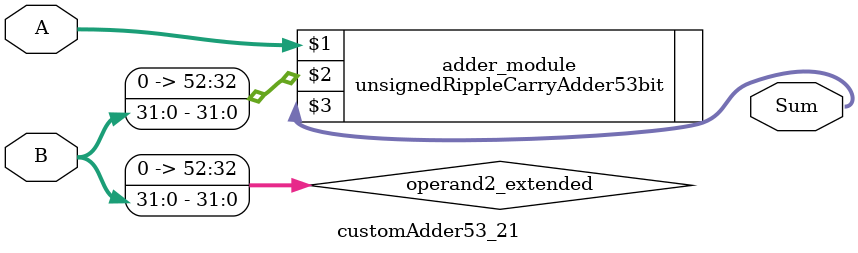
<source format=v>
module customAdder53_21(
                        input [52 : 0] A,
                        input [31 : 0] B,
                        
                        output [53 : 0] Sum
                );

        wire [52 : 0] operand2_extended;
        
        assign operand2_extended =  {21'b0, B};
        
        unsignedRippleCarryAdder53bit adder_module(
            A,
            operand2_extended,
            Sum
        );
        
        endmodule
        
</source>
